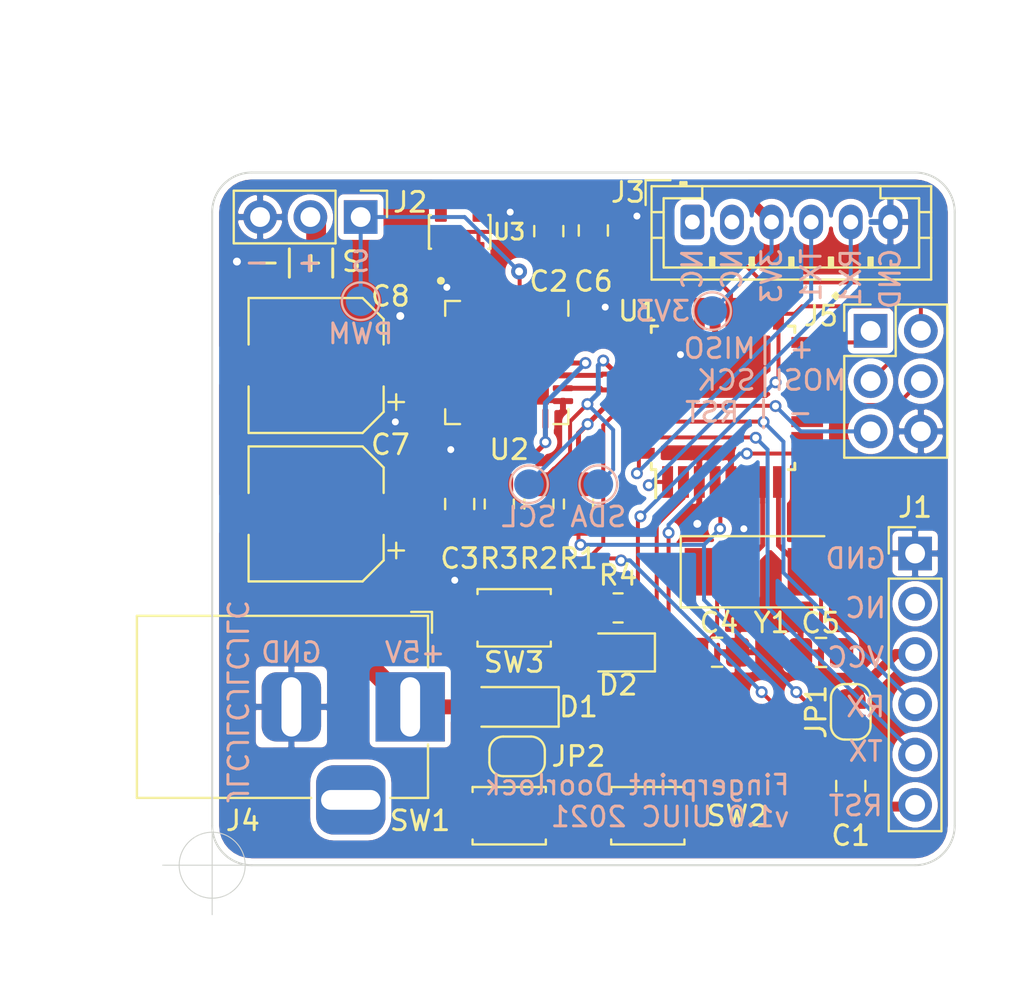
<source format=kicad_pcb>
(kicad_pcb (version 20171130) (host pcbnew "(5.1.12)-1")
  (layers (0 F.Cu signal) (31 B.Cu signal) (34 B.Paste user) (35 F.Paste user) (36 B.SilkS user) (37 F.SilkS user) (38 B.Mask user) (39 F.Mask user) (44 Edge.Cuts user))
  (net 0 "")
  (net 1 +5V)
  (net 2 GND)
  (net 3 /Q)
  (net 4 /Q')
  (net 5 /RESET)
  (net 6 /TX)
  (net 7 /RX)
  (net 8 /PWM0)
  (net 9 /RX1)
  (net 10 /TX1)
  (net 11 /MOSI)
  (net 12 /SCK)
  (net 13 /MISO)
  (net 14 /SCL)
  (net 15 /SDA)
  (net 16 /XTAL+)
  (net 17 /XTAL-)
  (net 18 "Net-(C1-Pad2)")
  (net 19 "Net-(C2-Pad1)")
  (net 20 "Net-(J1-Pad3)")
  (net 21 "Net-(J1-Pad2)")
  (net 22 "Net-(J3-Pad2)")
  (net 23 "Net-(J3-Pad1)")
  (net 24 "Net-(J4-Pad3)")
  (net 25 "Net-(U1-Pad26)")
  (net 26 "Net-(U1-Pad25)")
  (net 27 "Net-(U1-Pad24)")
  (net 28 "Net-(U1-Pad23)")
  (net 29 "Net-(U1-Pad22)")
  (net 30 "Net-(U1-Pad19)")
  (net 31 "Net-(U1-Pad14)")
  (net 32 "Net-(U1-Pad13)")
  (net 33 "Net-(U1-Pad12)")
  (net 34 "Net-(U1-Pad11)")
  (net 35 "Net-(U1-Pad10)")
  (net 36 "Net-(U2-Pad4)")
  (net 37 "Net-(U2-Pad5)")
  (net 38 "Net-(U2-Pad6)")
  (net 39 "Net-(U2-Pad7)")
  (net 40 "Net-(U2-Pad8)")
  (net 41 "Net-(U2-Pad9)")
  (net 42 "Net-(U2-Pad10)")
  (net 43 "Net-(U2-Pad12)")
  (net 44 "Net-(U2-Pad13)")
  (net 45 "Net-(U2-Pad14)")
  (net 46 "Net-(U2-Pad15)")
  (net 47 "Net-(U2-Pad16)")
  (net 48 "Net-(U2-Pad17)")
  (net 49 "Net-(U2-Pad18)")
  (net 50 "Net-(U2-Pad19)")
  (net 51 +5VA)
  (net 52 "Net-(D2-Pad2)")
  (net 53 +3V3)
  (module TestPoint:TestPoint_Pad_D1.5mm (layer B.Cu) (at 166 73)
    (fp_text reference 3V3 (at -2.5 0) (layer B.SilkS) (effects (justify mirror)))
    (fp_text value 3V3)
    (pad 1 smd circle (at 0 0) (size 1.5 1.5) (layers B.Cu B.Mask) (net 53 +3V3))
  )
  (module AP2112K-3:SOT95P285X140-5N (layer F.Cu) (at 153.25 69 90)
    (fp_text reference U3 (at 0 2.5 180) (layer F.SilkS) (effects (font (size 0.80263 0.80263))))
    (fp_text value AP2112K-3.3TRG1)
    (pad 5 smd roundrect (at 1.185 -0.95 90) (size 1.35 0.6) (layers F.Cu F.Paste F.Mask) (roundrect_rratio 0.1) (net 53 +3V3))
    (pad 4 smd roundrect (at 1.185 0.95 90) (size 1.35 0.6) (layers F.Cu F.Paste F.Mask) (roundrect_rratio 0.1))
    (pad 3 smd roundrect (at -1.185 0.95 90) (size 1.35 0.6) (layers F.Cu F.Paste F.Mask) (roundrect_rratio 0.1) (net 1 +5V))
    (pad 2 smd roundrect (at -1.185 0 90) (size 1.35 0.6) (layers F.Cu F.Paste F.Mask) (roundrect_rratio 0.1) (net 2 GND))
    (pad 1 smd roundrect (at -1.185 -0.95 90) (size 1.35 0.6) (layers F.Cu F.Paste F.Mask) (roundrect_rratio 0.1) (net 1 +5V))
  )
  (module TestPoint:TestPoint_Pad_D1.5mm (layer B.Cu) (at 160.25 81.75)
    (fp_text reference SDA (at 0 1.648) (layer B.SilkS) (effects (justify mirror)))
    (fp_text value SDA)
    (pad 1 smd circle (at 0 0) (size 1.5 1.5) (layers B.Cu B.Mask) (net 15 /SDA))
  )
  (module TestPoint:TestPoint_Pad_D1.5mm (layer B.Cu) (at 156.75 81.75)
    (fp_text reference SCL (at 0 1.648) (layer B.SilkS) (effects (justify mirror)))
    (fp_text value SCL)
    (pad 1 smd circle (at 0 0) (size 1.5 1.5) (layers B.Cu B.Mask) (net 14 /SCL))
  )
  (module TestPoint:TestPoint_Pad_D1.5mm (layer B.Cu) (at 148.25 72.5)
    (fp_text reference PWM (at 0 1.648) (layer B.SilkS) (effects (justify mirror)))
    (fp_text value PWM)
    (pad 1 smd circle (at 0 0) (size 1.5 1.5) (layers B.Cu B.Mask) (net 8 /PWM0))
  )
  (module Jumper:SolderJumper-2_P1.3mm_Open_RoundedPad1.0x1.5mm (layer F.Cu) (at 156.15 95.5)
    (fp_text reference JP2 (at 3.1 0) (layer F.SilkS))
    (fp_text value JVCC)
    (pad 2 smd custom (at 0.65 0) (size 1 0.5) (layers F.Cu F.Mask) (net 1 +5V) (options (clearance outline) (anchor rect)) (primitives (gr_circle (center 0 0.25) (end 0.5 0.25) (width 0)) (gr_circle (center 0 -0.25) (end 0.5 -0.25) (width 0)) (gr_poly (pts (xy 0 -0.75) (xy -0.5 -0.75) (xy -0.5 0.75) (xy 0 0.75)) (width 0))))
    (pad 1 smd custom (at -0.65 0) (size 1 0.5) (layers F.Cu F.Mask) (net 51 +5VA) (options (clearance outline) (anchor rect)) (primitives (gr_circle (center 0 0.25) (end 0.5 0.25) (width 0)) (gr_circle (center 0 -0.25) (end 0.5 -0.25) (width 0)) (gr_poly (pts (xy 0 -0.75) (xy 0.5 -0.75) (xy 0.5 0.75) (xy 0 0.75)) (width 0))))
  )
  (module Package_QFP:TQFP-32_7x7mm_P0.8mm (layer F.Cu) (at 166.55 77.386 90)
    (fp_text reference U1 (at 4.386 -4.3 180) (layer F.SilkS))
    (fp_text value ATmega328P-AU)
    (pad 32 smd rect (at -2.8 -4.25 180) (size 1.6 0.55) (layers F.Cu F.Paste F.Mask) (net 10 /TX1))
    (pad 31 smd rect (at -2 -4.25 180) (size 1.6 0.55) (layers F.Cu F.Paste F.Mask) (net 6 /TX))
    (pad 30 smd rect (at -1.2 -4.25 180) (size 1.6 0.55) (layers F.Cu F.Paste F.Mask) (net 7 /RX))
    (pad 29 smd rect (at -0.4 -4.25 180) (size 1.6 0.55) (layers F.Cu F.Paste F.Mask) (net 5 /RESET))
    (pad 28 smd rect (at 0.4 -4.25 180) (size 1.6 0.55) (layers F.Cu F.Paste F.Mask) (net 14 /SCL))
    (pad 27 smd rect (at 1.2 -4.25 180) (size 1.6 0.55) (layers F.Cu F.Paste F.Mask) (net 15 /SDA))
    (pad 26 smd rect (at 2 -4.25 180) (size 1.6 0.55) (layers F.Cu F.Paste F.Mask) (net 25 "Net-(U1-Pad26)"))
    (pad 25 smd rect (at 2.8 -4.25 180) (size 1.6 0.55) (layers F.Cu F.Paste F.Mask) (net 26 "Net-(U1-Pad25)"))
    (pad 24 smd rect (at 4.25 -2.8 90) (size 1.6 0.55) (layers F.Cu F.Paste F.Mask) (net 27 "Net-(U1-Pad24)"))
    (pad 23 smd rect (at 4.25 -2 90) (size 1.6 0.55) (layers F.Cu F.Paste F.Mask) (net 28 "Net-(U1-Pad23)"))
    (pad 22 smd rect (at 4.25 -1.2 90) (size 1.6 0.55) (layers F.Cu F.Paste F.Mask) (net 29 "Net-(U1-Pad22)"))
    (pad 21 smd rect (at 4.25 -0.4 90) (size 1.6 0.55) (layers F.Cu F.Paste F.Mask) (net 2 GND))
    (pad 20 smd rect (at 4.25 0.4 90) (size 1.6 0.55) (layers F.Cu F.Paste F.Mask) (net 19 "Net-(C2-Pad1)"))
    (pad 19 smd rect (at 4.25 1.2 90) (size 1.6 0.55) (layers F.Cu F.Paste F.Mask) (net 30 "Net-(U1-Pad19)"))
    (pad 18 smd rect (at 4.25 2 90) (size 1.6 0.55) (layers F.Cu F.Paste F.Mask) (net 1 +5V))
    (pad 17 smd rect (at 4.25 2.8 90) (size 1.6 0.55) (layers F.Cu F.Paste F.Mask) (net 12 /SCK))
    (pad 16 smd rect (at 2.8 4.25 180) (size 1.6 0.55) (layers F.Cu F.Paste F.Mask) (net 13 /MISO))
    (pad 15 smd rect (at 2 4.25 180) (size 1.6 0.55) (layers F.Cu F.Paste F.Mask) (net 11 /MOSI))
    (pad 14 smd rect (at 1.2 4.25 180) (size 1.6 0.55) (layers F.Cu F.Paste F.Mask) (net 31 "Net-(U1-Pad14)"))
    (pad 13 smd rect (at 0.4 4.25 180) (size 1.6 0.55) (layers F.Cu F.Paste F.Mask) (net 32 "Net-(U1-Pad13)"))
    (pad 12 smd rect (at -0.4 4.25 180) (size 1.6 0.55) (layers F.Cu F.Paste F.Mask) (net 33 "Net-(U1-Pad12)"))
    (pad 11 smd rect (at -1.2 4.25 180) (size 1.6 0.55) (layers F.Cu F.Paste F.Mask) (net 34 "Net-(U1-Pad11)"))
    (pad 10 smd rect (at -2 4.25 180) (size 1.6 0.55) (layers F.Cu F.Paste F.Mask) (net 35 "Net-(U1-Pad10)"))
    (pad 9 smd rect (at -2.8 4.25 180) (size 1.6 0.55) (layers F.Cu F.Paste F.Mask) (net 4 /Q'))
    (pad 8 smd rect (at -4.25 2.8 90) (size 1.6 0.55) (layers F.Cu F.Paste F.Mask) (net 17 /XTAL-))
    (pad 7 smd rect (at -4.25 2 90) (size 1.6 0.55) (layers F.Cu F.Paste F.Mask) (net 16 /XTAL+))
    (pad 6 smd rect (at -4.25 1.2 90) (size 1.6 0.55) (layers F.Cu F.Paste F.Mask) (net 1 +5V))
    (pad 5 smd rect (at -4.25 0.4 90) (size 1.6 0.55) (layers F.Cu F.Paste F.Mask) (net 2 GND))
    (pad 4 smd rect (at -4.25 -0.4 90) (size 1.6 0.55) (layers F.Cu F.Paste F.Mask) (net 1 +5V))
    (pad 3 smd rect (at -4.25 -1.2 90) (size 1.6 0.55) (layers F.Cu F.Paste F.Mask) (net 2 GND))
    (pad 2 smd rect (at -4.25 -2 90) (size 1.6 0.55) (layers F.Cu F.Paste F.Mask) (net 3 /Q))
    (pad 1 smd rect (at -4.25 -2.8 90) (size 1.6 0.55) (layers F.Cu F.Paste F.Mask) (net 9 /RX1))
  )
  (module Resistor_SMD:R_0805_2012Metric_Pad1.20x1.40mm_HandSolder (layer F.Cu) (at 161.25 88)
    (fp_text reference R4 (at 0 -1.65) (layer F.SilkS))
    (fp_text value 1k)
    (pad 2 smd roundrect (at 1 0) (size 1.2 1.4) (layers F.Cu F.Paste F.Mask) (roundrect_rratio 0.208333) (net 12 /SCK))
    (pad 1 smd roundrect (at -1 0) (size 1.2 1.4) (layers F.Cu F.Paste F.Mask) (roundrect_rratio 0.208333) (net 52 "Net-(D2-Pad2)"))
  )
  (module LED_SMD:LED_0805_2012Metric_Pad1.15x1.40mm_HandSolder (layer F.Cu) (at 161.25 90.25 180)
    (fp_text reference D2 (at 0 -1.65) (layer F.SilkS))
    (fp_text value LED)
    (pad 2 smd roundrect (at 1.025 0 180) (size 1.15 1.4) (layers F.Cu F.Paste F.Mask) (roundrect_rratio 0.217391) (net 52 "Net-(D2-Pad2)"))
    (pad 1 smd roundrect (at -1.025 0 180) (size 1.15 1.4) (layers F.Cu F.Paste F.Mask) (roundrect_rratio 0.217391) (net 2 GND))
  )
  (module Connector_PinHeader_2.54mm:PinHeader_2x03_P2.54mm_Vertical (layer F.Cu) (at 174 74)
    (fp_text reference J5 (at -2.5 -0.75) (layer F.SilkS))
    (fp_text value ICSP)
    (pad 6 thru_hole oval (at 2.54 5.08) (size 1.7 1.7) (drill 1) (layers *.Cu *.Mask) (net 2 GND))
    (pad 5 thru_hole oval (at 0 5.08) (size 1.7 1.7) (drill 1) (layers *.Cu *.Mask) (net 5 /RESET))
    (pad 4 thru_hole oval (at 2.54 2.54) (size 1.7 1.7) (drill 1) (layers *.Cu *.Mask) (net 11 /MOSI))
    (pad 3 thru_hole oval (at 0 2.54) (size 1.7 1.7) (drill 1) (layers *.Cu *.Mask) (net 12 /SCK))
    (pad 2 thru_hole oval (at 2.54 0) (size 1.7 1.7) (drill 1) (layers *.Cu *.Mask) (net 1 +5V))
    (pad 1 thru_hole rect (at 0 0) (size 1.7 1.7) (drill 1) (layers *.Cu *.Mask) (net 13 /MISO))
  )
  (module Resistor_SMD:R_0805_2012Metric_Pad1.20x1.40mm_HandSolder (layer F.Cu) (at 157.25 82.75 90)
    (fp_text reference R2 (at -2.75 0 180) (layer F.SilkS))
    (fp_text value 4k7)
    (pad 2 smd roundrect (at 1 0 90) (size 1.2 1.4) (layers F.Cu F.Paste F.Mask) (roundrect_rratio 0.208333) (net 15 /SDA))
    (pad 1 smd roundrect (at -1 0 90) (size 1.2 1.4) (layers F.Cu F.Paste F.Mask) (roundrect_rratio 0.208333) (net 1 +5V))
  )
  (module Resistor_SMD:R_0805_2012Metric_Pad1.20x1.40mm_HandSolder (layer F.Cu) (at 159.25 82.75 90)
    (fp_text reference R1 (at -2.75 0 180) (layer F.SilkS))
    (fp_text value 4k7)
    (pad 2 smd roundrect (at 1 0 90) (size 1.2 1.4) (layers F.Cu F.Paste F.Mask) (roundrect_rratio 0.208333) (net 14 /SCL))
    (pad 1 smd roundrect (at -1 0 90) (size 1.2 1.4) (layers F.Cu F.Paste F.Mask) (roundrect_rratio 0.208333) (net 1 +5V))
  )
  (module Diode_SMD:D_SOD-123 (layer F.Cu) (at 156 93 180)
    (fp_text reference D1 (at -3.25 0) (layer F.SilkS))
    (fp_text value D_Schottky)
    (pad 2 smd rect (at 1.65 0 180) (size 0.9 1.2) (layers F.Cu F.Paste F.Mask) (net 51 +5VA))
    (pad 1 smd rect (at -1.65 0 180) (size 0.9 1.2) (layers F.Cu F.Paste F.Mask) (net 1 +5V))
  )
  (module Capacitor_SMD:CP_Elec_6.3x7.7 (layer F.Cu) (at 146 75.75 180)
    (fp_text reference C8 (at -3.75 3.5) (layer F.SilkS))
    (fp_text value 47u)
    (pad 2 smd roundrect (at 2.7 0 180) (size 3.5 1.6) (layers F.Cu F.Paste F.Mask) (roundrect_rratio 0.15625) (net 2 GND))
    (pad 1 smd roundrect (at -2.7 0 180) (size 3.5 1.6) (layers F.Cu F.Paste F.Mask) (roundrect_rratio 0.15625) (net 1 +5V))
  )
  (module Capacitor_SMD:CP_Elec_6.3x7.7 (layer F.Cu) (at 146 83.25 180)
    (fp_text reference C7 (at -3.75 3.5) (layer F.SilkS))
    (fp_text value 47u)
    (pad 2 smd roundrect (at 2.7 0 180) (size 3.5 1.6) (layers F.Cu F.Paste F.Mask) (roundrect_rratio 0.15625) (net 2 GND))
    (pad 1 smd roundrect (at -2.7 0 180) (size 3.5 1.6) (layers F.Cu F.Paste F.Mask) (roundrect_rratio 0.15625) (net 51 +5VA))
  )
  (module Connector_BarrelJack:BarrelJack_Horizontal (layer F.Cu) (at 150.75 93)
    (fp_text reference J4 (at -8.45 5.75) (layer F.SilkS))
    (fp_text value Barrel_Jack_Switch)
    (pad 3 thru_hole roundrect (at -3 4.7) (size 3.5 3.5) (drill oval 3 1) (layers *.Cu *.Mask) (net 24 "Net-(J4-Pad3)"))
    (pad 2 thru_hole roundrect (at -6 0) (size 3 3.5) (drill oval 1 3) (layers *.Cu *.Mask) (net 2 GND))
    (pad 1 thru_hole rect (at 0 0) (size 3.5 3.5) (drill oval 1 3) (layers *.Cu *.Mask) (net 51 +5VA))
  )
  (module bidpl:SMD_Pushbutton_3mmx4mm (layer F.Cu) (at 156 88.5)
    (fp_text reference SW3 (at 0 2.25) (layer F.SilkS))
    (fp_text value SW_Push)
    (pad 1 smd rect (at -2.075 0) (size 1.35 2) (layers F.Cu F.Paste F.Mask) (net 5 /RESET))
    (pad 2 smd rect (at 2.075 0) (size 1.35 2) (layers F.Cu F.Paste F.Mask) (net 2 GND))
  )
  (module Connector_JST:JST_PH_B6B-PH-K_1x06_P2.00mm_Vertical (layer F.Cu) (at 165 68.5)
    (fp_text reference J3 (at -3.25 -1.5 180) (layer F.SilkS))
    (fp_text value Fingerprint)
    (pad 6 thru_hole oval (at 10 0) (size 1.2 1.75) (drill 0.75) (layers *.Cu *.Mask) (net 2 GND))
    (pad 5 thru_hole oval (at 8 0) (size 1.2 1.75) (drill 0.75) (layers *.Cu *.Mask) (net 9 /RX1))
    (pad 4 thru_hole oval (at 6 0) (size 1.2 1.75) (drill 0.75) (layers *.Cu *.Mask) (net 10 /TX1))
    (pad 3 thru_hole oval (at 4 0) (size 1.2 1.75) (drill 0.75) (layers *.Cu *.Mask) (net 53 +3V3))
    (pad 2 thru_hole oval (at 2 0) (size 1.2 1.75) (drill 0.75) (layers *.Cu *.Mask) (net 22 "Net-(J3-Pad2)"))
    (pad 1 thru_hole roundrect (at 0 0) (size 1.2 1.75) (drill 0.75) (layers *.Cu *.Mask) (roundrect_rratio 0.2083325) (net 23 "Net-(J3-Pad1)"))
  )
  (module Jumper:SolderJumper-2_P1.3mm_Open_RoundedPad1.0x1.5mm (layer F.Cu) (at 173 93.25 270)
    (fp_text reference JP1 (at 0 1.75 90) (layer F.SilkS))
    (fp_text value JVCC)
    (pad 2 smd custom (at 0.65 0 270) (size 1 0.5) (layers F.Cu F.Mask) (net 1 +5V) (options (clearance outline) (anchor rect)) (primitives (gr_circle (center 0 0.25) (end 0.5 0.25) (width 0)) (gr_circle (center 0 -0.25) (end 0.5 -0.25) (width 0)) (gr_poly (pts (xy 0 -0.75) (xy -0.5 -0.75) (xy -0.5 0.75) (xy 0 0.75)) (width 0))))
    (pad 1 smd custom (at -0.65 0 270) (size 1 0.5) (layers F.Cu F.Mask) (net 20 "Net-(J1-Pad3)") (options (clearance outline) (anchor rect)) (primitives (gr_circle (center 0 0.25) (end 0.5 0.25) (width 0)) (gr_circle (center 0 -0.25) (end 0.5 -0.25) (width 0)) (gr_poly (pts (xy 0 -0.75) (xy 0.5 -0.75) (xy 0.5 0.75) (xy 0 0.75)) (width 0))))
  )
  (module bidpl:SMD_Pushbutton_3mmx4mm (layer F.Cu) (at 162.75 98.5 180)
    (fp_text reference SW2 (at -4.5 0) (layer F.SilkS))
    (fp_text value SW_Push)
    (pad 1 smd rect (at -2.075 0 180) (size 1.35 2) (layers F.Cu F.Paste F.Mask) (net 2 GND))
    (pad 2 smd rect (at 2.075 0 180) (size 1.35 2) (layers F.Cu F.Paste F.Mask) (net 4 /Q'))
  )
  (module bidpl:SMD_Pushbutton_3mmx4mm (layer F.Cu) (at 155.75 98.5)
    (fp_text reference SW1 (at -4.5 0.25) (layer F.SilkS))
    (fp_text value SW_Push)
    (pad 2 smd rect (at 2.075 0) (size 1.35 2) (layers F.Cu F.Paste F.Mask) (net 3 /Q))
    (pad 1 smd rect (at -2.075 0) (size 1.35 2) (layers F.Cu F.Paste F.Mask) (net 2 GND))
  )
  (module Connector_PinHeader_2.54mm:PinHeader_1x06_P2.54mm_Vertical (layer F.Cu) (at 176.25 85.25)
    (fp_text reference J1 (at 0 -2.33) (layer F.SilkS))
    (fp_text value FTDI)
    (pad 6 thru_hole oval (at 0 12.7) (size 1.7 1.7) (drill 1) (layers *.Cu *.Mask) (net 18 "Net-(C1-Pad2)"))
    (pad 5 thru_hole oval (at 0 10.16) (size 1.7 1.7) (drill 1) (layers *.Cu *.Mask) (net 6 /TX))
    (pad 4 thru_hole oval (at 0 7.62) (size 1.7 1.7) (drill 1) (layers *.Cu *.Mask) (net 7 /RX))
    (pad 3 thru_hole oval (at 0 5.08) (size 1.7 1.7) (drill 1) (layers *.Cu *.Mask) (net 20 "Net-(J1-Pad3)"))
    (pad 2 thru_hole oval (at 0 2.54) (size 1.7 1.7) (drill 1) (layers *.Cu *.Mask) (net 21 "Net-(J1-Pad2)"))
    (pad 1 thru_hole rect (at 0 0) (size 1.7 1.7) (drill 1) (layers *.Cu *.Mask) (net 2 GND))
  )
  (module Crystal:Crystal_SMD_5032-2Pin_5.0x3.2mm_HandSoldering (layer F.Cu) (at 168.963 86.1744)
    (fp_text reference Y1 (at 0.037 2.5756) (layer F.SilkS))
    (fp_text value Crystal)
    (pad 2 smd rect (at 2.6 0) (size 3.5 2.4) (layers F.Cu F.Paste F.Mask) (net 17 /XTAL-))
    (pad 1 smd rect (at -2.6 0) (size 3.5 2.4) (layers F.Cu F.Paste F.Mask) (net 16 /XTAL+))
  )
  (module Capacitor_SMD:C_0805_2012Metric_Pad1.18x1.45mm_HandSolder (layer F.Cu) (at 157.75 68.9625 90)
    (fp_text reference C2 (at -2.5375 0 180) (layer F.SilkS))
    (fp_text value 100n)
    (pad 2 smd roundrect (at 1.0375 0 90) (size 1.175 1.45) (layers F.Cu F.Paste F.Mask) (roundrect_rratio 0.2127659574468085) (net 2 GND))
    (pad 1 smd roundrect (at -1.0375 0 90) (size 1.175 1.45) (layers F.Cu F.Paste F.Mask) (roundrect_rratio 0.2127659574468085) (net 19 "Net-(C2-Pad1)"))
  )
  (module Capacitor_SMD:C_0805_2012Metric_Pad1.18x1.45mm_HandSolder (layer F.Cu) (at 173 97 270)
    (fp_text reference C1 (at 2.5 0 180) (layer F.SilkS))
    (fp_text value 100n)
    (pad 2 smd roundrect (at 1.0375 0 270) (size 1.175 1.45) (layers F.Cu F.Paste F.Mask) (roundrect_rratio 0.2127659574468085) (net 18 "Net-(C1-Pad2)"))
    (pad 1 smd roundrect (at -1.0375 0 270) (size 1.175 1.45) (layers F.Cu F.Paste F.Mask) (roundrect_rratio 0.2127659574468085) (net 5 /RESET))
  )
  (module Package_DFN_QFN:QFN-28-1EP_6x6mm_P0.65mm_EP4.25x4.25mm (layer F.Cu) (at 155.628 75.6 270)
    (fp_text reference U2 (at 4.4 -0.122 180) (layer F.SilkS))
    (fp_text value PCA9685BS)
    (pad 1 smd roundrect (at -2.8375 -1.95 270) (size 1.025 0.3) (layers F.Cu F.Paste F.Mask) (net 2 GND))
    (pad 2 smd roundrect (at -2.8375 -1.3 270) (size 1.025 0.3) (layers F.Cu F.Paste F.Mask) (net 2 GND))
    (pad 3 smd roundrect (at -2.8375 -0.65 270) (size 1.025 0.3) (layers F.Cu F.Paste F.Mask) (net 8 /PWM0))
    (pad 4 smd roundrect (at -2.8375 0 270) (size 1.025 0.3) (layers F.Cu F.Paste F.Mask) (net 36 "Net-(U2-Pad4)"))
    (pad 5 smd roundrect (at -2.8375 0.65 270) (size 1.025 0.3) (layers F.Cu F.Paste F.Mask) (net 37 "Net-(U2-Pad5)"))
    (pad 6 smd roundrect (at -2.8375 1.3 270) (size 1.025 0.3) (layers F.Cu F.Paste F.Mask) (net 38 "Net-(U2-Pad6)"))
    (pad 7 smd roundrect (at -2.8375 1.95 270) (size 1.025 0.3) (layers F.Cu F.Paste F.Mask) (net 39 "Net-(U2-Pad7)"))
    (pad 8 smd roundrect (at -1.95 2.8375 270) (size 0.3 1.025) (layers F.Cu F.Paste F.Mask) (net 40 "Net-(U2-Pad8)"))
    (pad 9 smd roundrect (at -1.3 2.8375 270) (size 0.3 1.025) (layers F.Cu F.Paste F.Mask) (net 41 "Net-(U2-Pad9)"))
    (pad 10 smd roundrect (at -0.65 2.8375 270) (size 0.3 1.025) (layers F.Cu F.Paste F.Mask) (net 42 "Net-(U2-Pad10)"))
    (pad 11 smd roundrect (at 0 2.8375 270) (size 0.3 1.025) (layers F.Cu F.Paste F.Mask) (net 2 GND))
    (pad 12 smd roundrect (at 0.65 2.8375 270) (size 0.3 1.025) (layers F.Cu F.Paste F.Mask) (net 43 "Net-(U2-Pad12)"))
    (pad 13 smd roundrect (at 1.3 2.8375 270) (size 0.3 1.025) (layers F.Cu F.Paste F.Mask) (net 44 "Net-(U2-Pad13)"))
    (pad 14 smd roundrect (at 1.95 2.8375 270) (size 0.3 1.025) (layers F.Cu F.Paste F.Mask) (net 45 "Net-(U2-Pad14)"))
    (pad 15 smd roundrect (at 2.8375 1.95 270) (size 1.025 0.3) (layers F.Cu F.Paste F.Mask) (net 46 "Net-(U2-Pad15)"))
    (pad 16 smd roundrect (at 2.8375 1.3 270) (size 1.025 0.3) (layers F.Cu F.Paste F.Mask) (net 47 "Net-(U2-Pad16)"))
    (pad 17 smd roundrect (at 2.8375 0.65 270) (size 1.025 0.3) (layers F.Cu F.Paste F.Mask) (net 48 "Net-(U2-Pad17)"))
    (pad 18 smd roundrect (at 2.8375 0 270) (size 1.025 0.3) (layers F.Cu F.Paste F.Mask) (net 49 "Net-(U2-Pad18)"))
    (pad 19 smd roundrect (at 2.8375 -0.65 270) (size 1.025 0.3) (layers F.Cu F.Paste F.Mask) (net 50 "Net-(U2-Pad19)"))
    (pad 20 smd roundrect (at 2.8375 -1.3 270) (size 1.025 0.3) (layers F.Cu F.Paste F.Mask) (net 2 GND))
    (pad 21 smd roundrect (at 2.8375 -1.95 270) (size 1.025 0.3) (layers F.Cu F.Paste F.Mask) (net 1 +5V))
    (pad 22 smd roundrect (at 1.95 -2.8375 270) (size 0.3 1.025) (layers F.Cu F.Paste F.Mask) (net 2 GND))
    (pad 23 smd roundrect (at 1.3 -2.8375 270) (size 0.3 1.025) (layers F.Cu F.Paste F.Mask) (net 14 /SCL))
    (pad 24 smd roundrect (at 0.65 -2.8375 270) (size 0.3 1.025) (layers F.Cu F.Paste F.Mask) (net 15 /SDA))
    (pad 25 smd roundrect (at 0 -2.8375 270) (size 0.3 1.025) (layers F.Cu F.Paste F.Mask) (net 1 +5V))
    (pad 26 smd roundrect (at -0.65 -2.8375 270) (size 0.3 1.025) (layers F.Cu F.Paste F.Mask) (net 2 GND))
    (pad 27 smd roundrect (at -1.3 -2.8375 270) (size 0.3 1.025) (layers F.Cu F.Paste F.Mask) (net 2 GND))
    (pad 28 smd roundrect (at -1.95 -2.8375 270) (size 0.3 1.025) (layers F.Cu F.Paste F.Mask) (net 2 GND))
    (pad 29 smd rect (at 0 0 270) (size 4.25 4.25) (layers F.Cu F.Mask) (net 2 GND))
  )
  (module Resistor_SMD:R_0805_2012Metric_Pad1.20x1.40mm_HandSolder (layer F.Cu) (at 155.25 82.75 270)
    (fp_text reference R3 (at 2.75 0 180) (layer F.SilkS))
    (fp_text value 10k)
    (pad 2 smd roundrect (at 1 0 270) (size 1.2 1.4) (layers F.Cu F.Paste F.Mask) (roundrect_rratio 0.2083325) (net 5 /RESET))
    (pad 1 smd roundrect (at -1 0 270) (size 1.2 1.4) (layers F.Cu F.Paste F.Mask) (roundrect_rratio 0.2083325) (net 1 +5V))
  )
  (module Connector_PinHeader_2.54mm:PinHeader_1x03_P2.54mm_Vertical (layer F.Cu) (at 148.25 68.25 270)
    (fp_text reference J2 (at -0.75 -2.5 180) (layer F.SilkS))
    (fp_text value Servo)
    (pad 3 thru_hole oval (at 0 5.08 270) (size 1.7 1.7) (drill 1) (layers *.Cu *.Mask) (net 2 GND))
    (pad 2 thru_hole oval (at 0 2.54 270) (size 1.7 1.7) (drill 1) (layers *.Cu *.Mask) (net 51 +5VA))
    (pad 1 thru_hole rect (at 0 0 270) (size 1.7 1.7) (drill 1) (layers *.Cu *.Mask) (net 8 /PWM0))
  )
  (module Capacitor_SMD:C_0805_2012Metric_Pad1.18x1.45mm_HandSolder (layer F.Cu) (at 160 68.9278 270)
    (fp_text reference C6 (at 2.5722 0 180) (layer F.SilkS))
    (fp_text value 100n)
    (pad 2 smd roundrect (at 1.0375 0 270) (size 1.175 1.45) (layers F.Cu F.Paste F.Mask) (roundrect_rratio 0.2127659574468085) (net 1 +5V))
    (pad 1 smd roundrect (at -1.0375 0 270) (size 1.175 1.45) (layers F.Cu F.Paste F.Mask) (roundrect_rratio 0.2127659574468085) (net 2 GND))
  )
  (module Capacitor_SMD:C_0805_2012Metric_Pad1.18x1.45mm_HandSolder (layer F.Cu) (at 171.5 90.25 180)
    (fp_text reference C5 (at 0.019 1.4884) (layer F.SilkS))
    (fp_text value 22p)
    (pad 2 smd roundrect (at 1.0375 0 180) (size 1.175 1.45) (layers F.Cu F.Paste F.Mask) (roundrect_rratio 0.2127659574468085) (net 2 GND))
    (pad 1 smd roundrect (at -1.0375 0 180) (size 1.175 1.45) (layers F.Cu F.Paste F.Mask) (roundrect_rratio 0.2127659574468085) (net 17 /XTAL-))
  )
  (module Capacitor_SMD:C_0805_2012Metric_Pad1.18x1.45mm_HandSolder (layer F.Cu) (at 166.25 90.2384)
    (fp_text reference C4 (at 0.093 -1.4884) (layer F.SilkS))
    (fp_text value 22p)
    (pad 2 smd roundrect (at 1.0375 0) (size 1.175 1.45) (layers F.Cu F.Paste F.Mask) (roundrect_rratio 0.2127659574468085) (net 2 GND))
    (pad 1 smd roundrect (at -1.0375 0) (size 1.175 1.45) (layers F.Cu F.Paste F.Mask) (roundrect_rratio 0.2127659574468085) (net 16 /XTAL+))
  )
  (module Capacitor_SMD:C_0805_2012Metric_Pad1.18x1.45mm_HandSolder (layer F.Cu) (at 153.25 82.75 90)
    (fp_text reference C3 (at -2.75 0 180) (layer F.SilkS))
    (fp_text value 100n)
    (pad 1 smd roundrect (at -1.0375 0 90) (size 1.175 1.45) (layers F.Cu F.Paste F.Mask) (roundrect_rratio 0.2127659574468085) (net 2 GND))
    (pad 2 smd roundrect (at 1.0375 0 90) (size 1.175 1.45) (layers F.Cu F.Paste F.Mask) (roundrect_rratio 0.2127659574468085) (net 1 +5V))
  )
  (target plus (at 140.75 101) (size 5) (width 0.05) (layer Edge.Cuts))
  (gr_text "   + |MISO\nMOSI|SCK\n   - | RST" (at 169 76.5) (layer B.SilkS) (effects (font (size 1 1)) (justify mirror)))
  (gr_text JLCJLCJLCJLC (at 142 92.75 270) (layer B.SilkS) (effects (font (size 1 1)) (justify mirror)))
  (gr_text TX1 (at 171 69.75 90) (layer B.SilkS) (effects (font (size 1 1)) (justify left mirror)))
  (gr_text "RX1\n" (at 173 69.75 90) (layer B.SilkS) (effects (font (size 1 1)) (justify left mirror)))
  (gr_text NC (at 165 69.75 90) (layer B.SilkS) (effects (font (size 1 1)) (justify left mirror)))
  (gr_text NC (at 167 69.75 90) (layer B.SilkS) (effects (font (size 1 1)) (justify left mirror)))
  (gr_text NC (at 173.75 88) (layer B.SilkS) (effects (font (size 1 1)) (justify mirror)))
  (gr_text "Fingerprint Doorlock\nv1.0 UIUC 2021" (at 170 97.75) (layer B.SilkS) (effects (font (size 1 1)) (justify left mirror)))
  (gr_text GND (at 175 69.75 90) (layer B.SilkS) (effects (font (size 1 1)) (justify left mirror)))
  (gr_text 3V3 (at 169 69.75 90) (layer B.SilkS) (effects (font (size 1 1)) (justify left mirror)))
  (gr_text - (at 143 70.5) (layer B.SilkS) (effects (font (size 1 1)) (justify mirror)))
  (gr_text + (at 145.656575 70.516551) (layer B.SilkS) (effects (font (size 1 1)) (justify mirror)))
  (gr_text S (at 148.25 70.5) (layer B.SilkS) (effects (font (size 1 1)) (justify mirror)))
  (gr_text GND (at 144.75 90.25) (layer B.SilkS) (effects (font (size 1 1)) (justify mirror)))
  (gr_text +5V (at 151 90.25) (layer B.SilkS) (effects (font (size 1 1)) (justify mirror)))
  (gr_text GND (at 173.25 85.5) (layer B.SilkS) (effects (font (size 1 1)) (justify mirror)))
  (gr_text VCC (at 173.25 90.5) (layer B.SilkS) (effects (font (size 1 1)) (justify mirror)))
  (gr_text RX (at 173.75 93) (layer B.SilkS) (effects (font (size 1 1)) (justify mirror)))
  (gr_text TX (at 173.75 95.25) (layer B.SilkS) (effects (font (size 1 1)) (justify mirror)))
  (gr_text RST (at 173.25 98) (layer B.SilkS) (effects (font (size 1 1)) (justify mirror)))
  (gr_text -|+|S (at 145.6 70.5) (layer F.SilkS) (effects (font (size 1 1))))
  (gr_text . (at 172.25 71) (layer F.SilkS) (effects (font (size 3 3))))
  (gr_line (start 140.75 68) (end 140.75 99) (layer Edge.Cuts) (width 0.1))
  (gr_line (start 176.25 66) (end 142.75 66) (layer Edge.Cuts) (width 0.1))
  (gr_line (start 178.25 99) (end 178.25 68) (layer Edge.Cuts) (width 0.1))
  (gr_line (start 142.75 101) (end 176.25 101) (layer Edge.Cuts) (width 0.1))
  (gr_arc (start 142.75 99) (end 140.75 99) (angle -90) (layer Edge.Cuts) (width 0.1))
  (gr_arc (start 176.25 99) (end 176.25 101) (angle -90) (layer Edge.Cuts) (width 0.1))
  (gr_arc (start 176.25 68) (end 178.25 68) (angle -90) (layer Edge.Cuts) (width 0.1))
  (gr_arc (start 142.75 68) (end 142.75 66) (angle -90) (layer Edge.Cuts) (width 0.1))
  (segment (start 155.25 81.75) (end 155.25 80.75) (width 0.25) (layer F.Cu) (net 1))
  (segment (start 155.25 80.75) (end 155.75 80.25) (width 0.25) (layer F.Cu) (net 1))
  (segment (start 155.75 80.25) (end 157 80.25) (width 0.25) (layer F.Cu) (net 1))
  (segment (start 157.578 79.672) (end 157.578 79.622) (width 0.25) (layer F.Cu) (net 1))
  (segment (start 157 80.25) (end 157.578 79.672) (width 0.25) (layer F.Cu) (net 1))
  (segment (start 157.65 93) (end 157.65 91.65) (width 0.75) (layer F.Cu) (net 1))
  (segment (start 157.65 91.65) (end 156.5 90.5) (width 0.75) (layer F.Cu) (net 1))
  (segment (start 148.7 75.75) (end 151 75.75) (width 0.75) (layer F.Cu) (net 1))
  (segment (start 151 75.75) (end 151.25 76) (width 0.75) (layer F.Cu) (net 1))
  (segment (start 153.424999 90.5) (end 153.75 90.5) (width 0.75) (layer F.Cu) (net 1))
  (segment (start 151.25 88.325001) (end 153.424999 90.5) (width 0.75) (layer F.Cu) (net 1))
  (segment (start 156.5 90.5) (end 153.75 90.5) (width 0.75) (layer F.Cu) (net 1))
  (segment (start 151.5375 81.7125) (end 151.25 82) (width 0.5) (layer F.Cu) (net 1))
  (segment (start 153.25 81.7125) (end 151.5375 81.7125) (width 0.5) (layer F.Cu) (net 1))
  (segment (start 151.25 82) (end 151.25 88.325001) (width 0.75) (layer F.Cu) (net 1))
  (segment (start 151.25 76) (end 151.25 82) (width 0.75) (layer F.Cu) (net 1))
  (segment (start 155.2125 81.7125) (end 155.25 81.75) (width 0.5) (layer F.Cu) (net 1))
  (segment (start 153.25 81.7125) (end 155.2125 81.7125) (width 0.5) (layer F.Cu) (net 1))
  (segment (start 151.25 76) (end 151.25 70.5) (width 0.5) (layer F.Cu) (net 1))
  (segment (start 151.565 70.185) (end 152.3 70.185) (width 0.5) (layer F.Cu) (net 1))
  (segment (start 151.25 70.5) (end 151.565 70.185) (width 0.5) (layer F.Cu) (net 1))
  (segment (start 152.3 69.51) (end 152.81 69) (width 0.2) (layer F.Cu) (net 1))
  (segment (start 152.3 70.185) (end 152.3 69.51) (width 0.2) (layer F.Cu) (net 1))
  (segment (start 160 69.25) (end 160 69.9653) (width 0.2) (layer F.Cu) (net 1))
  (segment (start 159.75 69) (end 160 69.25) (width 0.2) (layer F.Cu) (net 1))
  (segment (start 154.2 69.05) (end 154.25 69) (width 0.2) (layer F.Cu) (net 1))
  (segment (start 154.2 70.185) (end 154.2 69.05) (width 0.2) (layer F.Cu) (net 1))
  (segment (start 154.25 69) (end 159.75 69) (width 0.2) (layer F.Cu) (net 1))
  (segment (start 152.81 69) (end 154.25 69) (width 0.2) (layer F.Cu) (net 1))
  (segment (start 160 69.9653) (end 166.9653 69.9653) (width 0.2) (layer F.Cu) (net 1))
  (segment (start 168.55 71.55) (end 168.55 73.136) (width 0.2) (layer F.Cu) (net 1))
  (segment (start 166.9653 69.9653) (end 168.55 71.55) (width 0.2) (layer F.Cu) (net 1))
  (segment (start 176.54 72.797919) (end 176.54 74) (width 0.2) (layer F.Cu) (net 1))
  (segment (start 175.292081 71.55) (end 176.54 72.797919) (width 0.2) (layer F.Cu) (net 1))
  (segment (start 168.55 71.55) (end 175.292081 71.55) (width 0.2) (layer F.Cu) (net 1))
  (segment (start 155.25 81.75) (end 157.25 83.75) (width 0.2) (layer F.Cu) (net 1))
  (segment (start 157.25 83.75) (end 159.25 83.75) (width 0.2) (layer F.Cu) (net 1))
  (segment (start 166.15 82.636) (end 166.414 82.9) (width 0.2) (layer F.Cu) (net 1))
  (segment (start 166.15 81.636) (end 166.15 82.636) (width 0.2) (layer F.Cu) (net 1))
  (segment (start 167.75 82.636) (end 167.75 81.636) (width 0.2) (layer F.Cu) (net 1))
  (segment (start 167.486 82.9) (end 167.75 82.636) (width 0.2) (layer F.Cu) (net 1))
  (segment (start 166.414 82.9) (end 167.486 82.9) (width 0.2) (layer F.Cu) (net 1))
  (segment (start 166.414 82.9) (end 166.414 83.586) (width 0.2) (layer F.Cu) (net 1))
  (via (at 159.350622 84.810452) (size 0.6) (drill 0.35) (layers F.Cu B.Cu) (net 1))
  (segment (start 159.25 84.70983) (end 159.350622 84.810452) (width 0.2) (layer F.Cu) (net 1))
  (segment (start 159.25 83.75) (end 159.25 84.70983) (width 0.2) (layer F.Cu) (net 1))
  (via (at 166.4 84) (size 0.6) (drill 0.35) (layers F.Cu B.Cu) (net 1))
  (segment (start 165.589548 84.810452) (end 166.4 84) (width 0.2) (layer B.Cu) (net 1))
  (segment (start 159.350622 84.810452) (end 165.589548 84.810452) (width 0.2) (layer B.Cu) (net 1))
  (segment (start 166.414 83.986) (end 166.414 83.586) (width 0.2) (layer F.Cu) (net 1))
  (segment (start 166.4 84) (end 166.414 83.986) (width 0.2) (layer F.Cu) (net 1))
  (via (at 170.25 92.25) (size 0.6) (drill 0.35) (layers F.Cu B.Cu) (net 1))
  (segment (start 165.589548 87.589548) (end 165.589548 84.810452) (width 0.2) (layer B.Cu) (net 1))
  (segment (start 157.578 79.622) (end 157.578 78.4375) (width 0.25) (layer F.Cu) (net 1))
  (via (at 157.578 79.622) (size 0.6) (drill 0.35) (layers F.Cu B.Cu) (net 1))
  (via (at 159.6 75.625) (size 0.6) (drill 0.35) (layers F.Cu B.Cu) (net 1))
  (segment (start 157.578 77.647) (end 159.6 75.625) (width 0.25) (layer B.Cu) (net 1))
  (segment (start 157.578 79.622) (end 157.578 77.647) (width 0.25) (layer B.Cu) (net 1))
  (segment (start 158.4905 75.625) (end 158.4655 75.6) (width 0.25) (layer F.Cu) (net 1))
  (segment (start 159.6 75.625) (end 158.4905 75.625) (width 0.25) (layer F.Cu) (net 1))
  (segment (start 170.25 92.25) (end 165.589548 87.589548) (width 0.2) (layer B.Cu) (net 1))
  (segment (start 171.9 93.9) (end 173 93.9) (width 0.2) (layer F.Cu) (net 1))
  (segment (start 170.25 92.25) (end 171.9 93.9) (width 0.2) (layer F.Cu) (net 1))
  (segment (start 156.8 93.85) (end 157.65 93) (width 0.75) (layer F.Cu) (net 1))
  (segment (start 156.8 95.5) (end 156.8 93.85) (width 0.75) (layer F.Cu) (net 1))
  (via (at 150 78.6) (size 0.6) (drill 0.35) (layers F.Cu B.Cu) (net 2))
  (via (at 164.4 75.2) (size 0.6) (drill 0.35) (layers F.Cu B.Cu) (net 2))
  (via (at 167.6 84) (size 0.6) (drill 0.35) (layers F.Cu B.Cu) (net 2))
  (via (at 152.6 71.8) (size 0.6) (drill 0.35) (layers F.Cu B.Cu) (net 2))
  (via (at 162.2 68.2) (size 0.6) (drill 0.35) (layers F.Cu B.Cu) (net 2))
  (via (at 155.8 68) (size 0.6) (drill 0.35) (layers F.Cu B.Cu) (net 2))
  (via (at 160.6 72.8) (size 0.6) (drill 0.35) (layers F.Cu B.Cu) (net 2))
  (via (at 152.8 80) (size 0.6) (drill 0.35) (layers F.Cu B.Cu) (net 2))
  (via (at 153 86.6) (size 0.6) (drill 0.35) (layers F.Cu B.Cu) (net 2))
  (segment (start 156.928 76.9) (end 155.628 75.6) (width 0.2) (layer F.Cu) (net 2))
  (segment (start 156.928 78.4375) (end 156.928 76.9) (width 0.2) (layer F.Cu) (net 2))
  (segment (start 157.578 77.55) (end 155.628 75.6) (width 0.2) (layer F.Cu) (net 2))
  (segment (start 158.4655 77.55) (end 157.578 77.55) (width 0.2) (layer F.Cu) (net 2))
  (via (at 165.25 83.75) (size 0.8) (drill 0.4) (layers F.Cu B.Cu) (net 2))
  (via (at 150.25 73.25) (size 0.8) (drill 0.4) (layers F.Cu B.Cu) (net 2))
  (via (at 142 70.5) (size 0.8) (drill 0.4) (layers F.Cu B.Cu) (net 2))
  (segment (start 157.825 97.3) (end 163.2 91.925) (width 0.2) (layer F.Cu) (net 3))
  (segment (start 157.825 98.5) (end 157.825 97.3) (width 0.2) (layer F.Cu) (net 3))
  (segment (start 164.55 82.451002) (end 164.55 81.636) (width 0.2) (layer F.Cu) (net 3))
  (segment (start 163.2 83.801002) (end 164.55 82.451002) (width 0.2) (layer F.Cu) (net 3))
  (segment (start 163.2 91.925) (end 163.2 83.801002) (width 0.2) (layer F.Cu) (net 3))
  (segment (start 170.786 80.2) (end 170.8 80.186) (width 0.2) (layer F.Cu) (net 4))
  (segment (start 167.6 80.2) (end 170.786 80.2) (width 0.2) (layer F.Cu) (net 4))
  (via (at 167.75 80.2) (size 0.6) (drill 0.35) (layers F.Cu B.Cu) (net 4))
  (via (at 163.8 84.2) (size 0.6) (drill 0.35) (layers F.Cu B.Cu) (net 4))
  (segment (start 161.55 98.5) (end 160.675 98.5) (width 0.2) (layer F.Cu) (net 4))
  (segment (start 163.8 96.25) (end 161.55 98.5) (width 0.2) (layer F.Cu) (net 4))
  (segment (start 163.8 84.2) (end 163.8 96.25) (width 0.2) (layer F.Cu) (net 4))
  (segment (start 167.4 80.2) (end 167.75 80.2) (width 0.2) (layer B.Cu) (net 4))
  (segment (start 163.8 83.8) (end 167.4 80.2) (width 0.2) (layer B.Cu) (net 4))
  (segment (start 163.8 84.2) (end 163.8 83.8) (width 0.2) (layer B.Cu) (net 4))
  (segment (start 153.925 88.5) (end 153.925 86.825) (width 0.25) (layer F.Cu) (net 5))
  (segment (start 155.25 85.5) (end 155.25 83.75) (width 0.25) (layer F.Cu) (net 5))
  (segment (start 153.925 86.825) (end 155.25 85.5) (width 0.25) (layer F.Cu) (net 5))
  (segment (start 161.484998 77.786) (end 162.3 77.786) (width 0.2) (layer F.Cu) (net 5))
  (segment (start 160.5 78.770998) (end 161.484998 77.786) (width 0.2) (layer F.Cu) (net 5))
  (segment (start 160.5 84.75) (end 160.5 78.770998) (width 0.2) (layer F.Cu) (net 5))
  (segment (start 159.75 85.5) (end 160.5 84.75) (width 0.2) (layer F.Cu) (net 5))
  (segment (start 155.25 85.5) (end 159.75 85.5) (width 0.2) (layer F.Cu) (net 5))
  (via (at 169.2 77.8) (size 0.6) (drill 0.35) (layers F.Cu B.Cu) (net 5))
  (segment (start 169.186 77.786) (end 169.2 77.8) (width 0.2) (layer F.Cu) (net 5))
  (segment (start 162.3 77.786) (end 169.186 77.786) (width 0.2) (layer F.Cu) (net 5))
  (segment (start 170.48 79.08) (end 174 79.08) (width 0.2) (layer B.Cu) (net 5))
  (segment (start 169.2 77.8) (end 170.48 79.08) (width 0.2) (layer B.Cu) (net 5))
  (segment (start 161.85 85.6) (end 161.8 85.6) (width 0.2) (layer B.Cu) (net 5))
  (segment (start 168.5 92.25) (end 161.85 85.6) (width 0.2) (layer B.Cu) (net 5))
  (segment (start 161.8 85.6) (end 161.4 85.6) (width 0.2) (layer B.Cu) (net 5))
  (segment (start 159.75 85.5) (end 161.3 85.5) (width 0.2) (layer F.Cu) (net 5))
  (segment (start 161.3 85.5) (end 161.4 85.6) (width 0.2) (layer F.Cu) (net 5))
  (via (at 168.5 92.25) (size 0.6) (drill 0.35) (layers F.Cu B.Cu) (net 5))
  (via (at 161.4 85.6) (size 0.6) (drill 0.35) (layers F.Cu B.Cu) (net 5))
  (segment (start 172.2125 95.9625) (end 173 95.9625) (width 0.2) (layer F.Cu) (net 5))
  (segment (start 168.5 92.25) (end 172.2125 95.9625) (width 0.2) (layer F.Cu) (net 5))
  (via (at 168.2 79.4) (size 0.6) (drill 0.35) (layers F.Cu B.Cu) (net 6))
  (segment (start 168.186 79.386) (end 168.2 79.4) (width 0.2) (layer F.Cu) (net 6))
  (segment (start 162.3 79.386) (end 168.186 79.386) (width 0.2) (layer F.Cu) (net 6))
  (segment (start 168.8 87.96) (end 176.25 95.41) (width 0.2) (layer B.Cu) (net 6))
  (segment (start 168.8 80) (end 168.8 87.96) (width 0.2) (layer B.Cu) (net 6))
  (segment (start 168.2 79.4) (end 168.8 80) (width 0.2) (layer B.Cu) (net 6))
  (via (at 168.6 78.6) (size 0.6) (drill 0.35) (layers F.Cu B.Cu) (net 7))
  (segment (start 168.586 78.586) (end 168.6 78.6) (width 0.2) (layer F.Cu) (net 7))
  (segment (start 162.3 78.586) (end 168.586 78.586) (width 0.2) (layer F.Cu) (net 7))
  (segment (start 169.6 86.22) (end 176.25 92.87) (width 0.2) (layer B.Cu) (net 7))
  (segment (start 169.6 79.6) (end 169.6 86.22) (width 0.2) (layer B.Cu) (net 7))
  (segment (start 168.6 78.6) (end 169.6 79.6) (width 0.2) (layer B.Cu) (net 7))
  (via (at 156.25 71) (size 0.8) (drill 0.4) (layers F.Cu B.Cu) (net 8))
  (segment (start 153.5 68.25) (end 156.25 71) (width 0.2) (layer B.Cu) (net 8))
  (segment (start 148.25 68.25) (end 153.5 68.25) (width 0.2) (layer B.Cu) (net 8))
  (segment (start 156.278 71.028) (end 156.25 71) (width 0.2) (layer F.Cu) (net 8))
  (segment (start 156.278 72.7625) (end 156.278 71.028) (width 0.2) (layer F.Cu) (net 8))
  (segment (start 148.25 72.5) (end 148.25 68.25) (width 0.2) (layer B.Cu) (net 8))
  (via (at 162.8 81.8) (size 0.6) (drill 0.35) (layers F.Cu B.Cu) (net 9))
  (segment (start 162.964 81.636) (end 162.8 81.8) (width 0.2) (layer F.Cu) (net 9))
  (segment (start 163.75 81.636) (end 162.964 81.636) (width 0.2) (layer F.Cu) (net 9))
  (segment (start 173 71.6) (end 173 68.5) (width 0.2) (layer B.Cu) (net 9))
  (segment (start 162.8 81.8) (end 173 71.6) (width 0.2) (layer B.Cu) (net 9))
  (via (at 162.2 81.2) (size 0.6) (drill 0.35) (layers F.Cu B.Cu) (net 10))
  (segment (start 162.3 81.1) (end 162.2 81.2) (width 0.2) (layer F.Cu) (net 10))
  (segment (start 162.3 80.186) (end 162.3 81.1) (width 0.2) (layer F.Cu) (net 10))
  (segment (start 171 72.4) (end 171 68.5) (width 0.2) (layer B.Cu) (net 10))
  (segment (start 162.2 81.2) (end 171 72.4) (width 0.2) (layer B.Cu) (net 10))
  (segment (start 176.54 76.54) (end 175.33 77.75) (width 0.2) (layer F.Cu) (net 11))
  (segment (start 175.33 77.75) (end 173.25 77.75) (width 0.2) (layer F.Cu) (net 11))
  (segment (start 173.25 77.75) (end 172.75 77.25) (width 0.2) (layer F.Cu) (net 11))
  (segment (start 171.615002 75.386) (end 170.8 75.386) (width 0.2) (layer F.Cu) (net 11))
  (segment (start 172.75 76.520998) (end 171.615002 75.386) (width 0.2) (layer F.Cu) (net 11))
  (segment (start 172.75 77.25) (end 172.75 76.520998) (width 0.2) (layer F.Cu) (net 11))
  (segment (start 170.165002 73.136) (end 169.35 73.136) (width 0.2) (layer F.Cu) (net 12))
  (segment (start 170.541004 72.759998) (end 170.165002 73.136) (width 0.2) (layer F.Cu) (net 12))
  (segment (start 175 72.759998) (end 170.541004 72.759998) (width 0.2) (layer F.Cu) (net 12))
  (segment (start 175.25 73.009998) (end 175 72.759998) (width 0.2) (layer F.Cu) (net 12))
  (segment (start 175.25 75.29) (end 175.25 73.009998) (width 0.2) (layer F.Cu) (net 12))
  (segment (start 174 76.54) (end 175.25 75.29) (width 0.2) (layer F.Cu) (net 12))
  (via (at 162.376266 83.376206) (size 0.6) (drill 0.35) (layers F.Cu B.Cu) (net 12))
  (segment (start 162.25 83.502472) (end 162.376266 83.376206) (width 0.2) (layer F.Cu) (net 12))
  (segment (start 162.25 88) (end 162.25 83.502472) (width 0.2) (layer F.Cu) (net 12))
  (segment (start 162.376266 83.376206) (end 169.152472 76.6) (width 0.2) (layer B.Cu) (net 12))
  (via (at 169.2 76.6) (size 0.6) (drill 0.35) (layers F.Cu B.Cu) (net 12))
  (segment (start 169.35 76.45) (end 169.2 76.6) (width 0.2) (layer F.Cu) (net 12))
  (segment (start 169.35 73.136) (end 169.35 76.45) (width 0.2) (layer F.Cu) (net 12))
  (segment (start 173.414 74.586) (end 174 74) (width 0.2) (layer F.Cu) (net 13))
  (segment (start 170.8 74.586) (end 173.414 74.586) (width 0.2) (layer F.Cu) (net 13))
  (segment (start 162.3 76.986) (end 160.435 76.986) (width 0.25) (layer F.Cu) (net 14))
  (segment (start 160.349 76.9) (end 158.4655 76.9) (width 0.25) (layer F.Cu) (net 14))
  (segment (start 160.435 76.986) (end 160.349 76.9) (width 0.25) (layer F.Cu) (net 14))
  (segment (start 161.439998 76.986) (end 162.3 76.986) (width 0.25) (layer F.Cu) (net 14))
  (segment (start 159.25 79.175998) (end 159.712999 78.712999) (width 0.25) (layer F.Cu) (net 14))
  (segment (start 159.25 81.75) (end 159.25 79.175998) (width 0.25) (layer F.Cu) (net 14))
  (segment (start 159.712999 78.712999) (end 161.439998 76.986) (width 0.25) (layer F.Cu) (net 14))
  (via (at 159.712999 78.712999) (size 0.6) (drill 0.35) (layers F.Cu B.Cu) (net 14))
  (segment (start 156.75 81.675998) (end 156.75 81.75) (width 0.2) (layer B.Cu) (net 14))
  (segment (start 159.712999 78.712999) (end 156.75 81.675998) (width 0.2) (layer B.Cu) (net 14))
  (segment (start 160.3962 76.25) (end 158.4655 76.25) (width 0.25) (layer F.Cu) (net 15))
  (segment (start 160.4602 76.186) (end 160.3962 76.25) (width 0.25) (layer F.Cu) (net 15))
  (segment (start 157.25 81.75) (end 158.02801 80.97199) (width 0.25) (layer F.Cu) (net 15))
  (segment (start 159.700346 77.700346) (end 160.25 77.150692) (width 0.25) (layer B.Cu) (net 15))
  (segment (start 160.25 75.75) (end 160.5 75.5) (width 0.25) (layer B.Cu) (net 15))
  (segment (start 160.25 77.150692) (end 160.25 75.75) (width 0.25) (layer B.Cu) (net 15))
  (segment (start 161.064 76.064) (end 161.064 76.186) (width 0.25) (layer F.Cu) (net 15))
  (segment (start 160.5 75.5) (end 160.5 75.5) (width 0.25) (layer F.Cu) (net 15))
  (segment (start 161.064 76.186) (end 160.4602 76.186) (width 0.25) (layer F.Cu) (net 15))
  (segment (start 162.3 76.186) (end 161.064 76.186) (width 0.25) (layer F.Cu) (net 15))
  (segment (start 158.82499 78.575702) (end 159.700346 77.700346) (width 0.2) (layer F.Cu) (net 15))
  (segment (start 158.82499 80.17501) (end 158.82499 78.575702) (width 0.2) (layer F.Cu) (net 15))
  (segment (start 158.02801 80.97199) (end 158.82499 80.17501) (width 0.2) (layer F.Cu) (net 15))
  (segment (start 160.5 75.5) (end 161.064 76.064) (width 0.25) (layer F.Cu) (net 15))
  (via (at 160.5 75.5) (size 0.6) (drill 0.35) (layers F.Cu B.Cu) (net 15))
  (segment (start 159.700346 77.700346) (end 159.700346 77.700346) (width 0.2) (layer F.Cu) (net 15))
  (via (at 159.700346 77.700346) (size 0.6) (drill 0.35) (layers F.Cu B.Cu) (net 15))
  (segment (start 160.999999 78.999999) (end 159.700346 77.700346) (width 0.2) (layer B.Cu) (net 15))
  (segment (start 160.999999 81.000001) (end 160.999999 78.999999) (width 0.2) (layer B.Cu) (net 15))
  (segment (start 160.25 81.75) (end 160.999999 81.000001) (width 0.2) (layer B.Cu) (net 15))
  (segment (start 168.55 82.686) (end 168.549131 82.686869) (width 0.25) (layer F.Cu) (net 16))
  (segment (start 168.55 81.636) (end 168.55 82.686) (width 0.25) (layer F.Cu) (net 16))
  (segment (start 165.2125 90.2384) (end 166.25 89.2009) (width 0.2) (layer F.Cu) (net 16))
  (segment (start 166.25 86.2874) (end 166.363 86.1744) (width 0.2) (layer F.Cu) (net 16))
  (segment (start 166.25 89.2009) (end 166.25 86.2874) (width 0.2) (layer F.Cu) (net 16))
  (segment (start 167.213 86.1744) (end 168.55 84.8374) (width 0.25) (layer F.Cu) (net 16))
  (segment (start 168.55 84.8374) (end 168.55 81.636) (width 0.25) (layer F.Cu) (net 16))
  (segment (start 169.35 84.8342) (end 169.35 81.636) (width 0.25) (layer F.Cu) (net 17))
  (segment (start 170.6902 86.1744) (end 169.35 84.8342) (width 0.25) (layer F.Cu) (net 17))
  (segment (start 172.5375 90.25) (end 171.5 89.2125) (width 0.2) (layer F.Cu) (net 17))
  (segment (start 171.5 86.2374) (end 171.563 86.1744) (width 0.2) (layer F.Cu) (net 17))
  (segment (start 171.5 89.2125) (end 171.5 86.2374) (width 0.2) (layer F.Cu) (net 17))
  (segment (start 176.1625 98.0375) (end 176.25 97.95) (width 0.5) (layer F.Cu) (net 18))
  (segment (start 173 98.0375) (end 176.1625 98.0375) (width 0.5) (layer F.Cu) (net 18))
  (segment (start 157.75 70) (end 157.75 71) (width 0.2) (layer F.Cu) (net 19))
  (segment (start 157.75 71) (end 158.25 71.5) (width 0.2) (layer F.Cu) (net 19))
  (segment (start 166.95 72.136) (end 166.95 73.136) (width 0.2) (layer F.Cu) (net 19))
  (segment (start 166.314 71.5) (end 166.95 72.136) (width 0.2) (layer F.Cu) (net 19))
  (segment (start 158.25 71.5) (end 166.314 71.5) (width 0.2) (layer F.Cu) (net 19))
  (segment (start 175.27 90.33) (end 173 92.6) (width 0.5) (layer F.Cu) (net 20))
  (segment (start 176.25 90.33) (end 175.27 90.33) (width 0.5) (layer F.Cu) (net 20))
  (segment (start 152.3 67.815) (end 152.3 66.9) (width 0.5) (layer F.Cu) (net 53))
  (segment (start 167.18999 66.68999) (end 169 68.5) (width 0.5) (layer F.Cu) (net 53))
  (segment (start 152.51001 66.68999) (end 167.18999 66.68999) (width 0.5) (layer F.Cu) (net 53))
  (segment (start 152.3 66.9) (end 152.51001 66.68999) (width 0.5) (layer F.Cu) (net 53))
  (segment (start 154.35 93) (end 150.75 93) (width 0.75) (layer F.Cu) (net 51))
  (segment (start 148.7 90.95) (end 150.75 93) (width 1) (layer F.Cu) (net 51))
  (segment (start 148.7 83.25) (end 148.7 90.95) (width 1) (layer F.Cu) (net 51))
  (segment (start 148.7 83.25) (end 146 80.55) (width 1) (layer F.Cu) (net 51))
  (segment (start 146 68.54) (end 145.71 68.25) (width 1) (layer F.Cu) (net 51))
  (segment (start 146 80.55) (end 146 68.54) (width 1) (layer F.Cu) (net 51))
  (segment (start 155.5 94.15) (end 154.35 93) (width 0.75) (layer F.Cu) (net 51))
  (segment (start 155.5 95.5) (end 155.5 94.15) (width 0.75) (layer F.Cu) (net 51))
  (segment (start 160.25 90.225) (end 160.225 90.25) (width 0.25) (layer F.Cu) (net 52))
  (segment (start 160.25 88) (end 160.25 90.225) (width 0.25) (layer F.Cu) (net 52))
  (segment (start 169 70) (end 166 73) (width 0.2) (layer B.Cu) (net 53))
  (segment (start 169 68.5) (end 169 70) (width 0.2) (layer B.Cu) (net 53))
  (zone (net 2) (net_name GND) (layer F.Cu) (connect_pads (clearance 0.3)) (min_thickness 0.2) (fill yes (arc_segments 32) (thermal_gap 0.3) (thermal_bridge_width 0.3))
    (polygon (pts (xy 181.75 102.125) (xy 138 102) (xy 138 60.25) (xy 181.75 60.375)))
  )
  (zone (net 2) (net_name GND) (layer B.Cu) (connect_pads (clearance 0.3)) (min_thickness 0.2) (fill yes (arc_segments 32) (thermal_gap 0.3) (thermal_bridge_width 0.3))
    (polygon (pts (xy 181.75 102.125) (xy 138.75 102) (xy 138.5 60.25) (xy 181.75 60.375)))
  )
)
</source>
